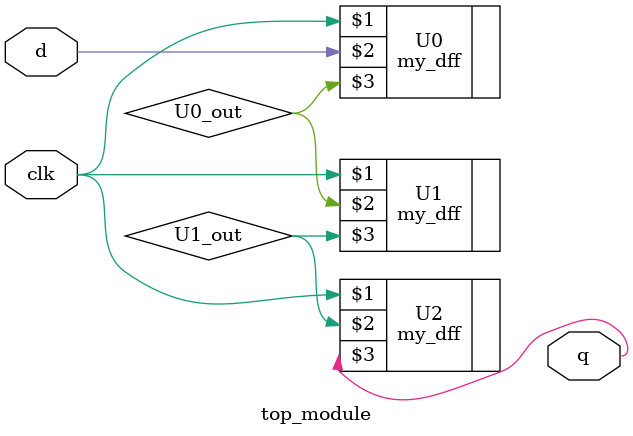
<source format=v>
module top_module ( input clk, input d, output q );
    wire U0_out, U1_out;
    my_dff U0(clk, d,      U0_out);
    my_dff U1(clk, U0_out, U1_out);
    my_dff U2(clk, U1_out, q);
endmodule

</source>
